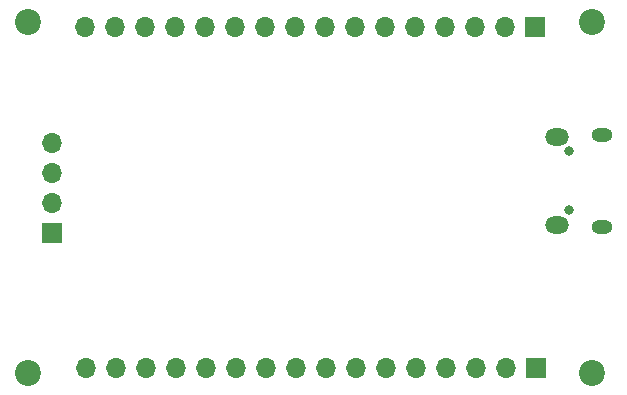
<source format=gbr>
%TF.GenerationSoftware,KiCad,Pcbnew,8.0.5*%
%TF.CreationDate,2025-01-04T11:00:39+02:00*%
%TF.ProjectId,STM32F103,53544d33-3246-4313-9033-2e6b69636164,rev?*%
%TF.SameCoordinates,Original*%
%TF.FileFunction,Soldermask,Bot*%
%TF.FilePolarity,Negative*%
%FSLAX46Y46*%
G04 Gerber Fmt 4.6, Leading zero omitted, Abs format (unit mm)*
G04 Created by KiCad (PCBNEW 8.0.5) date 2025-01-04 11:00:39*
%MOMM*%
%LPD*%
G01*
G04 APERTURE LIST*
%ADD10C,2.200000*%
%ADD11R,1.700000X1.700000*%
%ADD12O,1.700000X1.700000*%
%ADD13O,0.800000X0.800000*%
%ADD14O,1.800000X1.150000*%
%ADD15O,2.000000X1.450000*%
G04 APERTURE END LIST*
D10*
%TO.C,H4*%
X116375000Y-74525000D03*
%TD*%
D11*
%TO.C,J2*%
X111540000Y-45300000D03*
D12*
X109000000Y-45300000D03*
X106460000Y-45300000D03*
X103920000Y-45300000D03*
X101380000Y-45300000D03*
X98840000Y-45300000D03*
X96300000Y-45300000D03*
X93760000Y-45300000D03*
X91220000Y-45300000D03*
X88680000Y-45300000D03*
X86140000Y-45300000D03*
X83600000Y-45300000D03*
X81060000Y-45300000D03*
X78520000Y-45300000D03*
X75980000Y-45300000D03*
X73440000Y-45300000D03*
%TD*%
D10*
%TO.C,H1*%
X68625000Y-44850000D03*
%TD*%
D11*
%TO.C,J4*%
X70700000Y-62705000D03*
D12*
X70700000Y-60165000D03*
X70700000Y-57625000D03*
X70700000Y-55085000D03*
%TD*%
D10*
%TO.C,H2*%
X116375000Y-44850000D03*
%TD*%
D13*
%TO.C,J1*%
X114470000Y-60790000D03*
X114470000Y-55790000D03*
D14*
X117220000Y-62165000D03*
D15*
X113420000Y-62015000D03*
X113420000Y-54565000D03*
D14*
X117220000Y-54415000D03*
%TD*%
D10*
%TO.C,H3*%
X68625000Y-74525000D03*
%TD*%
D11*
%TO.C,J3*%
X111600000Y-74110000D03*
D12*
X109060000Y-74110000D03*
X106520000Y-74110000D03*
X103980000Y-74110000D03*
X101440000Y-74110000D03*
X98900000Y-74110000D03*
X96360000Y-74110000D03*
X93820000Y-74110000D03*
X91280000Y-74110000D03*
X88740000Y-74110000D03*
X86200000Y-74110000D03*
X83660000Y-74110000D03*
X81120000Y-74110000D03*
X78580000Y-74110000D03*
X76040000Y-74110000D03*
X73500000Y-74110000D03*
%TD*%
M02*

</source>
